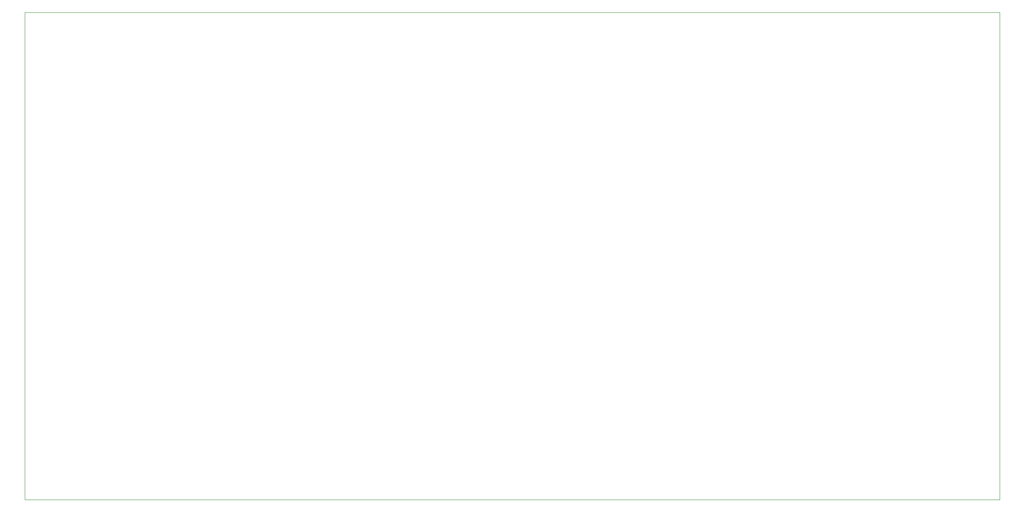
<source format=gbr>
G04 #@! TF.GenerationSoftware,KiCad,Pcbnew,(6.0.5)*
G04 #@! TF.CreationDate,2022-07-13T23:11:19-05:00*
G04 #@! TF.ProjectId,QuantizerPanel,5175616e-7469-47a6-9572-50616e656c2e,rev?*
G04 #@! TF.SameCoordinates,Original*
G04 #@! TF.FileFunction,Profile,NP*
%FSLAX46Y46*%
G04 Gerber Fmt 4.6, Leading zero omitted, Abs format (unit mm)*
G04 Created by KiCad (PCBNEW (6.0.5)) date 2022-07-13 23:11:19*
%MOMM*%
%LPD*%
G01*
G04 APERTURE LIST*
G04 #@! TA.AperFunction,Profile*
%ADD10C,0.100000*%
G04 #@! TD*
G04 APERTURE END LIST*
D10*
X50000000Y-150000000D02*
X250000000Y-150000000D01*
X250000000Y-150000000D02*
X250000000Y-50000000D01*
X250000000Y-50000000D02*
X50000000Y-50000000D01*
X50000000Y-50000000D02*
X50000000Y-150000000D01*
M02*

</source>
